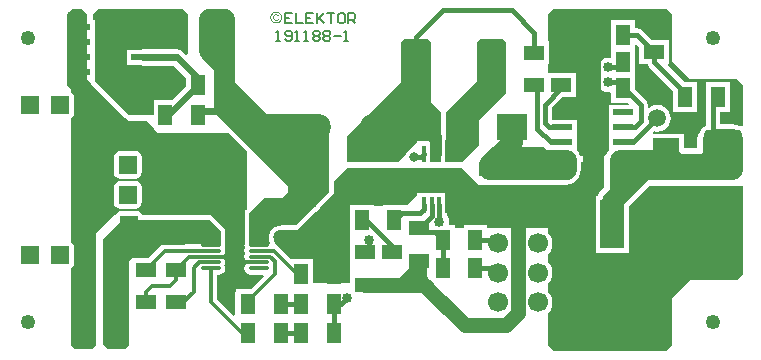
<source format=gtl>
%FSLAX44Y44*%
%MOMM*%
G71*
G01*
G75*
G04 Layer_Physical_Order=1*
G04 Layer_Color=255*
%ADD10R,2.5000X2.3000*%
%ADD11R,1.2500X1.7500*%
%ADD12R,2.3000X2.5000*%
%ADD13R,1.7500X1.2500*%
%ADD14R,0.4318X1.4224*%
%ADD15R,2.4130X3.0988*%
%ADD16R,1.7272X0.5334*%
%ADD17R,2.0000X2.2000*%
%ADD18O,1.7000X0.3000*%
%ADD19R,1.5700X1.8800*%
%ADD20R,2.0000X4.1000*%
%ADD21C,0.4000*%
%ADD22C,1.8000*%
%ADD23C,1.2500*%
%ADD24C,0.5080*%
%ADD25C,1.7000*%
%ADD26C,0.3000*%
%ADD27C,0.6000*%
%ADD28C,0.1524*%
%ADD29C,2.2000*%
%ADD30C,1.5000*%
%ADD31C,0.7000*%
%ADD32C,1.2500*%
%ADD33C,0.6500*%
G04:AMPARAMS|DCode=34|XSize=3.2mm|YSize=1.6mm|CornerRadius=0.4mm|HoleSize=0mm|Usage=FLASHONLY|Rotation=90.000|XOffset=0mm|YOffset=0mm|HoleType=Round|Shape=RoundedRectangle|*
%AMROUNDEDRECTD34*
21,1,3.2000,0.8000,0,0,90.0*
21,1,2.4000,1.6000,0,0,90.0*
1,1,0.8000,0.4000,1.2000*
1,1,0.8000,0.4000,-1.2000*
1,1,0.8000,-0.4000,-1.2000*
1,1,0.8000,-0.4000,1.2000*
%
%ADD34ROUNDEDRECTD34*%
G04:AMPARAMS|DCode=35|XSize=3.2mm|YSize=1.6mm|CornerRadius=0.4mm|HoleSize=0mm|Usage=FLASHONLY|Rotation=180.000|XOffset=0mm|YOffset=0mm|HoleType=Round|Shape=RoundedRectangle|*
%AMROUNDEDRECTD35*
21,1,3.2000,0.8000,0,0,180.0*
21,1,2.4000,1.6000,0,0,180.0*
1,1,0.8000,-1.2000,0.4000*
1,1,0.8000,1.2000,0.4000*
1,1,0.8000,1.2000,-0.4000*
1,1,0.8000,-1.2000,-0.4000*
%
%ADD35ROUNDEDRECTD35*%
%ADD36C,1.7000*%
G04:AMPARAMS|DCode=37|XSize=1.6mm|YSize=1.6mm|CornerRadius=0.16mm|HoleSize=0mm|Usage=FLASHONLY|Rotation=180.000|XOffset=0mm|YOffset=0mm|HoleType=Round|Shape=RoundedRectangle|*
%AMROUNDEDRECTD37*
21,1,1.6000,1.2800,0,0,180.0*
21,1,1.2800,1.6000,0,0,180.0*
1,1,0.3200,-0.6400,0.6400*
1,1,0.3200,0.6400,0.6400*
1,1,0.3200,0.6400,-0.6400*
1,1,0.3200,-0.6400,-0.6400*
%
%ADD37ROUNDEDRECTD37*%
%ADD38C,0.8500*%
%ADD39C,1.1000*%
%ADD40C,0.8050*%
%ADD41C,0.8000*%
G36*
X80000Y140000D02*
Y85000D01*
X82634Y82366D01*
X82653Y82272D01*
X82653Y82271D01*
Y82271D01*
X82936Y81848D01*
X83495Y81011D01*
X83495Y81011D01*
X83495Y81011D01*
X112253Y52253D01*
X113513Y51411D01*
X113608Y51392D01*
X115000Y50000D01*
X130000D01*
X136190Y43810D01*
Y42440D01*
X137560D01*
X140000Y40000D01*
X198981Y40000D01*
X215000Y23981D01*
Y-24611D01*
X214411Y-25205D01*
X213997Y-25831D01*
X213581Y-26453D01*
X213579Y-26462D01*
X213575Y-26469D01*
X213432Y-27202D01*
X213285Y-27940D01*
Y-53998D01*
X213086Y-55000D01*
X213498Y-57072D01*
X213784Y-57500D01*
X213498Y-57928D01*
X213086Y-60000D01*
X213498Y-62072D01*
X213784Y-62500D01*
X213498Y-62928D01*
X213086Y-65000D01*
X213498Y-67072D01*
X214672Y-68828D01*
X215000Y-69048D01*
Y-70952D01*
X214672Y-71172D01*
X213498Y-72928D01*
X213086Y-75000D01*
X213498Y-77072D01*
X214672Y-78828D01*
X216428Y-80002D01*
X218500Y-80414D01*
X229040D01*
X229526Y-81587D01*
X218673Y-92440D01*
X206190D01*
Y-93810D01*
X205000Y-95000D01*
X205000Y-114404D01*
X203827Y-114890D01*
X189914Y-100977D01*
Y-80414D01*
X191500D01*
X193572Y-80002D01*
X195328Y-78828D01*
X196502Y-77072D01*
X196914Y-75000D01*
X196502Y-72928D01*
X196216Y-72500D01*
X196502Y-72072D01*
X196914Y-70000D01*
X196502Y-67928D01*
X195328Y-66172D01*
X195000Y-65952D01*
Y-64048D01*
X195328Y-63828D01*
X196502Y-62072D01*
X196914Y-60000D01*
X196502Y-57928D01*
X196216Y-57500D01*
X196502Y-57072D01*
X196914Y-55000D01*
X196881Y-54832D01*
X196925Y-54610D01*
Y-43180D01*
X196629Y-41693D01*
X195787Y-40433D01*
X186897Y-31543D01*
X185831Y-30831D01*
X185000Y-30000D01*
X127148D01*
X127066Y-29589D01*
X125870Y-27800D01*
X124081Y-26604D01*
X121970Y-26184D01*
X109170D01*
X107059Y-26604D01*
X105270Y-27800D01*
X104074Y-29589D01*
X103992Y-30000D01*
X102500D01*
X97500Y-35000D01*
X87500Y-45000D01*
Y-140000D01*
X83905Y-143595D01*
X69850D01*
X66255Y-140000D01*
Y-74633D01*
X67500Y-73800D01*
X68696Y-72011D01*
X69116Y-69900D01*
Y-57100D01*
X68696Y-54989D01*
X67500Y-53200D01*
X66255Y-52368D01*
Y52401D01*
X67450Y53200D01*
X68646Y54989D01*
X69066Y57100D01*
Y69900D01*
X68646Y72011D01*
X67450Y73800D01*
X66255Y74599D01*
Y76245D01*
X62500Y80000D01*
Y140000D01*
X67500Y145000D01*
X75000D01*
X80000Y140000D01*
D02*
G37*
G36*
X517939Y-6078D02*
X515374Y-8644D01*
X513321Y-11320D01*
X512430Y-13470D01*
X510700D01*
Y-62090D01*
X538320D01*
Y-22242D01*
X539996Y-20566D01*
X539996Y-20566D01*
X555562Y-5000D01*
X635000D01*
Y-80000D01*
X630000Y-85000D01*
X590000D01*
X575000Y-100000D01*
Y-140000D01*
X570000Y-145000D01*
X475000D01*
X470000Y-140000D01*
Y-112734D01*
X470280Y-112520D01*
X472253Y-109948D01*
X473493Y-106954D01*
X473916Y-103740D01*
X473493Y-100526D01*
X472253Y-97532D01*
X470280Y-94960D01*
X470000Y-94746D01*
Y-87734D01*
X470280Y-87520D01*
X472253Y-84948D01*
X473493Y-81954D01*
X473916Y-78740D01*
X473493Y-75526D01*
X472253Y-72532D01*
X470280Y-69960D01*
X470000Y-69746D01*
Y-62734D01*
X470280Y-62520D01*
X472253Y-59948D01*
X473493Y-56954D01*
X473916Y-53740D01*
X473493Y-50526D01*
X472253Y-47532D01*
X470280Y-44960D01*
X470000Y-44746D01*
Y-40640D01*
X418780D01*
Y-38240D01*
X398660D01*
Y-40640D01*
X391280D01*
Y-38240D01*
X386962D01*
X386125Y-37285D01*
X386380Y-35350D01*
X386103Y-33246D01*
X385290Y-31285D01*
X384219Y-29889D01*
Y-10795D01*
X359281D01*
Y-13219D01*
X350770Y-21730D01*
X350200Y-21730D01*
Y-21730D01*
X330080D01*
Y-22085D01*
X323055Y-22085D01*
X322700Y-21730D01*
Y-21730D01*
X302580D01*
Y-26590D01*
X302500Y-26670D01*
Y-51190D01*
X302440D01*
Y-71310D01*
X302500D01*
Y-87500D01*
X271310D01*
Y-67440D01*
X252897D01*
X241628Y-56172D01*
X240252Y-55252D01*
X238693Y-53693D01*
X238726Y-53530D01*
X238651Y-53155D01*
Y-52772D01*
X238505Y-52419D01*
X238430Y-52043D01*
X237835Y-50606D01*
X237835Y-50606D01*
X237734Y-50362D01*
X237521Y-48750D01*
X237734Y-47138D01*
X238045Y-46387D01*
Y-46387D01*
X238045Y-46387D01*
X238356Y-45636D01*
X239346Y-44346D01*
X240636Y-43356D01*
X241067Y-43177D01*
X241067D01*
X242138Y-42734D01*
X242947Y-42627D01*
X243117Y-42569D01*
X243342Y-42525D01*
X243598Y-42541D01*
X243912Y-42500D01*
X257500D01*
X257789Y-42211D01*
X257883Y-42192D01*
X259144Y-41350D01*
X273021Y-27473D01*
X274065Y-27040D01*
X275748Y-25749D01*
X277040Y-24065D01*
X277473Y-23021D01*
X287747Y-12747D01*
X288589Y-11487D01*
X288885Y-10000D01*
Y-1115D01*
X300000Y10000D01*
X397180Y10000D01*
X407440Y-260D01*
Y-1310D01*
X408490D01*
X412340Y-5160D01*
X470000Y-5160D01*
Y-4171D01*
X485140D01*
X488484Y-3730D01*
X491600Y-2439D01*
X494276Y-386D01*
X496329Y2290D01*
X497620Y5406D01*
X498060Y8750D01*
Y15000D01*
X517939D01*
Y-6078D01*
D02*
G37*
G36*
X193040Y-43180D02*
Y-54610D01*
X191621D01*
X191500Y-54586D01*
X146250D01*
X146250Y-54586D01*
X146129Y-54610D01*
X143510D01*
X132080Y-66040D01*
X118110D01*
X117960Y-66190D01*
X117440D01*
Y-66710D01*
X115570Y-68580D01*
Y-139700D01*
X111760Y-143510D01*
X97472D01*
X93663Y-139700D01*
Y-49847D01*
X104775Y-38735D01*
X109220Y-34290D01*
X184150D01*
X193040Y-43180D01*
D02*
G37*
G36*
X469900Y24130D02*
X470018D01*
X470916Y23232D01*
Y20320D01*
X482092D01*
Y19050D01*
X483362D01*
Y13843D01*
X493268D01*
Y13843D01*
X493278D01*
X494176Y12945D01*
Y9005D01*
X493836Y6420D01*
X492936Y4249D01*
X491506Y2384D01*
X489641Y954D01*
X487871Y221D01*
X456290D01*
Y7480D01*
X433710D01*
Y221D01*
X431290D01*
Y7480D01*
X420000D01*
Y8750D01*
X418730D01*
Y17540D01*
X414169D01*
X413683Y18713D01*
X422910Y27940D01*
X466090D01*
X469900Y24130D01*
D02*
G37*
G36*
X285000Y49264D02*
X285000Y-10000D01*
X256397Y-38603D01*
X243750D01*
X243090Y-38690D01*
X242440D01*
Y-38776D01*
X241124Y-38949D01*
X239581Y-39588D01*
X238677Y-39963D01*
X236575Y-41575D01*
X234963Y-43677D01*
X234456Y-44900D01*
X233949Y-46124D01*
X233603Y-48750D01*
X233949Y-51376D01*
X234246Y-52093D01*
X234841Y-53530D01*
X234135Y-54586D01*
X218500D01*
X218379Y-54610D01*
X217170D01*
Y-27940D01*
X230000Y-15000D01*
X245000D01*
X250000Y-10000D01*
X250317Y34417D01*
X229773Y54961D01*
X230259Y56134D01*
X278130D01*
X285000Y49264D01*
D02*
G37*
G36*
X575000Y140000D02*
Y100000D01*
X590000Y85000D01*
X630000D01*
Y85000D01*
X635000Y80000D01*
Y45861D01*
X633944Y45155D01*
X632149Y45899D01*
X631282Y46013D01*
X629454Y46770D01*
X626110Y47210D01*
X615524D01*
Y57440D01*
X623810D01*
Y82560D01*
X603690D01*
Y65919D01*
X603676Y65850D01*
Y45735D01*
X602171Y45112D01*
X600540Y43860D01*
X599288Y42229D01*
X598987Y41501D01*
X598410Y40750D01*
X597120Y37634D01*
X596679Y34290D01*
Y26670D01*
X585540D01*
Y39080D01*
X559657D01*
X559279Y39992D01*
X560052Y40999D01*
X562610Y40662D01*
X565563Y41051D01*
X568314Y42191D01*
X570676Y44004D01*
X572489Y46366D01*
X573629Y49117D01*
X574018Y52070D01*
X573629Y55023D01*
X572489Y57774D01*
X570676Y60136D01*
X568314Y61949D01*
X565563Y63089D01*
X562610Y63478D01*
X559658Y63089D01*
X556906Y61949D01*
X555703Y61026D01*
X554564Y61588D01*
Y63500D01*
X554113Y65767D01*
X552829Y67689D01*
X543810Y76708D01*
Y87440D01*
Y109940D01*
Y114393D01*
X544983Y114879D01*
X547510Y112353D01*
Y98110D01*
X554508D01*
X554597Y97663D01*
X555881Y95741D01*
X576190Y75433D01*
Y57440D01*
X596310D01*
Y82560D01*
X585817D01*
X571441Y96937D01*
X571927Y98110D01*
X572630D01*
Y118230D01*
X558387D01*
X549929Y126689D01*
X548007Y127973D01*
X545740Y128424D01*
X543810D01*
Y135060D01*
X523690D01*
Y109940D01*
Y103949D01*
X522735Y103112D01*
X520700Y103379D01*
X518596Y103103D01*
X516635Y102290D01*
X514952Y100998D01*
X513660Y99315D01*
X512848Y97354D01*
X512570Y95250D01*
X512848Y93146D01*
X513660Y91185D01*
X514952Y89502D01*
Y88298D01*
X513660Y86615D01*
X512848Y84654D01*
X512570Y82550D01*
X512848Y80446D01*
X513660Y78485D01*
X514952Y76802D01*
X516635Y75510D01*
X518596Y74697D01*
X520700Y74420D01*
X522735Y74688D01*
X523690Y73851D01*
Y64940D01*
X537877D01*
X538583Y63884D01*
X538476Y63627D01*
X521462D01*
Y50673D01*
Y37973D01*
Y25322D01*
X519670Y22987D01*
X518433Y20000D01*
X497567D01*
X496329Y22987D01*
X494538Y25322D01*
Y25527D01*
Y37973D01*
Y50927D01*
X473284D01*
Y61046D01*
X482407Y70170D01*
X493890D01*
Y90290D01*
X470000D01*
Y97670D01*
X471030D01*
Y117790D01*
X470000D01*
Y140000D01*
X475000Y145000D01*
X570000D01*
X575000Y140000D01*
D02*
G37*
G36*
X165000Y140000D02*
Y114300D01*
Y106680D01*
Y106373D01*
X163827Y105887D01*
X161207Y108507D01*
X159784Y109599D01*
X158128Y110285D01*
X157239Y110402D01*
X156350Y110519D01*
X156350Y110519D01*
X127000D01*
X125222Y110285D01*
X124841Y110127D01*
X113462D01*
Y97173D01*
X124841D01*
X125222Y97015D01*
X127000Y96781D01*
X153505D01*
X163690Y86596D01*
Y79654D01*
X151596Y67560D01*
X136190D01*
Y55000D01*
X115000D01*
X86242Y83758D01*
X86538Y84473D01*
X86538D01*
X86538Y84473D01*
Y97173D01*
Y109873D01*
Y122573D01*
Y135527D01*
X85000D01*
Y140000D01*
X90000Y145000D01*
X160000D01*
X165000Y140000D01*
D02*
G37*
G36*
X434340Y116840D02*
Y73660D01*
X411480Y50800D01*
X411480Y45720D01*
Y29210D01*
X397510Y15240D01*
X384219D01*
Y32639D01*
X384174D01*
Y36750D01*
X383723Y39017D01*
X383615Y39179D01*
Y57150D01*
X383602Y57212D01*
X410210Y83820D01*
Y116840D01*
X412750Y119380D01*
X431800Y119380D01*
X434340Y116840D01*
D02*
G37*
G36*
X240232Y142419D02*
X240347Y142406D01*
X240486Y142393D01*
X240639Y142381D01*
X240804Y142355D01*
X240982Y142317D01*
X241185Y142266D01*
X241591Y142152D01*
X241820Y142076D01*
X242036Y141987D01*
X242264Y141885D01*
X242493Y141771D01*
X242506Y141758D01*
X242544Y141746D01*
X242607Y141707D01*
X242696Y141657D01*
X242798Y141580D01*
X242912Y141504D01*
X243039Y141403D01*
X243179Y141301D01*
X243331Y141174D01*
X243484Y141034D01*
X243636Y140882D01*
X243801Y140717D01*
X243953Y140539D01*
X244093Y140349D01*
X244246Y140133D01*
X244373Y139917D01*
X244385Y139904D01*
X244398Y139866D01*
X244436Y139803D01*
X244474Y139714D01*
X244525Y139599D01*
X244589Y139472D01*
X244652Y139320D01*
X244715Y139155D01*
X244766Y138964D01*
X244830Y138774D01*
X244944Y138342D01*
X245020Y137885D01*
X245033Y137643D01*
X245046Y137402D01*
Y137389D01*
Y137339D01*
Y137275D01*
X245033Y137186D01*
X245020Y137059D01*
X245008Y136932D01*
X244995Y136780D01*
X244957Y136602D01*
X244931Y136424D01*
X244881Y136221D01*
X244766Y135802D01*
X244690Y135573D01*
X244601Y135358D01*
X244487Y135129D01*
X244373Y134900D01*
X244360Y134888D01*
X244347Y134850D01*
X244309Y134786D01*
X244246Y134710D01*
X244182Y134608D01*
X244106Y134494D01*
X244004Y134354D01*
X243890Y134227D01*
X243763Y134075D01*
X243636Y133922D01*
X243484Y133770D01*
X243319Y133618D01*
X243128Y133465D01*
X242938Y133313D01*
X242734Y133173D01*
X242518Y133046D01*
X242506Y133033D01*
X242468Y133021D01*
X242404Y132983D01*
X242315Y132944D01*
X242201Y132894D01*
X242074Y132843D01*
X241922Y132779D01*
X241756Y132716D01*
X241579Y132652D01*
X241388Y132589D01*
X240956Y132487D01*
X240499Y132411D01*
X240258Y132398D01*
X240016Y132386D01*
X239890D01*
X239801Y132398D01*
X239674Y132411D01*
X239547Y132424D01*
X239394Y132437D01*
X239216Y132475D01*
X239039Y132500D01*
X238835Y132551D01*
X238416Y132665D01*
X238188Y132741D01*
X237972Y132830D01*
X237743Y132932D01*
X237515Y133046D01*
X237502Y133059D01*
X237464Y133071D01*
X237400Y133110D01*
X237324Y133173D01*
X237222Y133237D01*
X237108Y133313D01*
X236968Y133414D01*
X236842Y133529D01*
X236689Y133656D01*
X236537Y133795D01*
X236384Y133948D01*
X236232Y134113D01*
X236080Y134291D01*
X235927Y134481D01*
X235787Y134684D01*
X235660Y134900D01*
X235648Y134913D01*
X235635Y134951D01*
X235597Y135015D01*
X235559Y135104D01*
X235508Y135218D01*
X235457Y135345D01*
X235394Y135497D01*
X235330Y135662D01*
X235267Y135853D01*
X235203Y136043D01*
X235102Y136462D01*
X235025Y136920D01*
X235013Y137161D01*
X235000Y137402D01*
Y137415D01*
Y137466D01*
Y137529D01*
X235013Y137631D01*
X235025Y137745D01*
X235038Y137885D01*
X235051Y138037D01*
X235089Y138202D01*
X235114Y138393D01*
X235165Y138596D01*
X235279Y139015D01*
X235356Y139231D01*
X235457Y139460D01*
X235559Y139688D01*
X235673Y139917D01*
X235686Y139930D01*
X235699Y139968D01*
X235749Y140031D01*
X235800Y140120D01*
X235864Y140222D01*
X235952Y140336D01*
X236054Y140463D01*
X236156Y140603D01*
X236283Y140742D01*
X236422Y140895D01*
X236588Y141060D01*
X236753Y141212D01*
X236930Y141365D01*
X237121Y141504D01*
X237337Y141644D01*
X237553Y141771D01*
X237565Y141784D01*
X237603Y141796D01*
X237667Y141834D01*
X237756Y141873D01*
X237870Y141923D01*
X237997Y141974D01*
X238150Y142038D01*
X238315Y142101D01*
X238493Y142165D01*
X238683Y142228D01*
X239102Y142330D01*
X239547Y142406D01*
X239788Y142419D01*
X240016Y142431D01*
X240144D01*
X240232Y142419D01*
D02*
G37*
G36*
X370840Y116840D02*
X370840Y66040D01*
X379730Y57150D01*
Y35815D01*
X379277Y35137D01*
X378826Y32870D01*
Y32639D01*
X378781D01*
Y15240D01*
X371219D01*
Y32639D01*
X359281D01*
Y31621D01*
X353957Y26297D01*
X352931Y25872D01*
X351300Y24620D01*
X350048Y22989D01*
X349623Y21963D01*
X347980Y20320D01*
X342900Y15240D01*
X337820D01*
X334010Y15240D01*
X299720D01*
Y36830D01*
X345440Y82550D01*
Y116840D01*
X347980Y119380D01*
X368300D01*
X370840Y116840D01*
D02*
G37*
%LPC*%
G36*
X240220Y141593D02*
X239915D01*
X239839Y141580D01*
X239737D01*
X239636Y141568D01*
X239508Y141542D01*
X239369Y141530D01*
X239051Y141466D01*
X238708Y141365D01*
X238340Y141225D01*
X238150Y141149D01*
X237959Y141047D01*
X237946D01*
X237921Y141022D01*
X237857Y140996D01*
X237794Y140946D01*
X237705Y140895D01*
X237616Y140819D01*
X237388Y140653D01*
X237134Y140425D01*
X236880Y140158D01*
X236626Y139853D01*
X236397Y139498D01*
Y139485D01*
X236372Y139447D01*
X236346Y139396D01*
X236308Y139320D01*
X236270Y139231D01*
X236219Y139129D01*
X236168Y139002D01*
X236118Y138863D01*
X236067Y138710D01*
X236016Y138545D01*
X235927Y138190D01*
X235864Y137809D01*
X235851Y137605D01*
X235838Y137402D01*
Y137389D01*
Y137351D01*
Y137301D01*
X235851Y137212D01*
Y137123D01*
X235864Y137008D01*
X235889Y136882D01*
X235902Y136729D01*
X235978Y136412D01*
X236067Y136069D01*
X236206Y135688D01*
X236283Y135510D01*
X236384Y135319D01*
X236397Y135307D01*
X236410Y135281D01*
X236448Y135231D01*
X236486Y135154D01*
X236549Y135078D01*
X236613Y134977D01*
X236791Y134761D01*
X237007Y134507D01*
X237273Y134253D01*
X237578Y133999D01*
X237934Y133770D01*
X237946D01*
X237985Y133745D01*
X238035Y133719D01*
X238111Y133681D01*
X238200Y133643D01*
X238315Y133592D01*
X238429Y133554D01*
X238569Y133503D01*
X238886Y133402D01*
X239242Y133313D01*
X239623Y133249D01*
X239813Y133237D01*
X240016Y133224D01*
X240118D01*
X240207Y133237D01*
X240296D01*
X240410Y133249D01*
X240550Y133275D01*
X240690Y133287D01*
X241007Y133364D01*
X241363Y133453D01*
X241731Y133592D01*
X241909Y133668D01*
X242099Y133770D01*
X242112Y133783D01*
X242150Y133795D01*
X242201Y133834D01*
X242264Y133872D01*
X242353Y133935D01*
X242442Y133999D01*
X242671Y134176D01*
X242925Y134392D01*
X243179Y134659D01*
X243420Y134964D01*
X243649Y135319D01*
X243661Y135332D01*
X243674Y135370D01*
X243699Y135421D01*
X243738Y135497D01*
X243776Y135586D01*
X243827Y135688D01*
X243877Y135815D01*
X243928Y135954D01*
X243979Y136107D01*
X244030Y136259D01*
X244119Y136615D01*
X244182Y136996D01*
X244207Y137199D01*
Y137402D01*
Y137415D01*
Y137453D01*
Y137504D01*
X244195Y137593D01*
Y137682D01*
X244182Y137796D01*
X244157Y137936D01*
X244131Y138075D01*
X244068Y138393D01*
X243966Y138748D01*
X243827Y139117D01*
X243738Y139307D01*
X243636Y139498D01*
Y139510D01*
X243611Y139549D01*
X243573Y139599D01*
X243534Y139663D01*
X243471Y139752D01*
X243407Y139841D01*
X243230Y140069D01*
X243014Y140323D01*
X242747Y140577D01*
X242430Y140819D01*
X242074Y141047D01*
X242061Y141060D01*
X242023Y141073D01*
X241972Y141098D01*
X241896Y141136D01*
X241807Y141174D01*
X241706Y141225D01*
X241579Y141276D01*
X241439Y141327D01*
X241134Y141415D01*
X240779Y141504D01*
X240410Y141568D01*
X240220Y141593D01*
D02*
G37*
G36*
X120700Y-784D02*
X107900D01*
X105789Y-1204D01*
X104000Y-2400D01*
X102804Y-4189D01*
X102384Y-6300D01*
Y-19100D01*
X102804Y-21211D01*
X104000Y-23000D01*
X105789Y-24196D01*
X107900Y-24616D01*
X120700D01*
X122811Y-24196D01*
X124600Y-23000D01*
X125796Y-21211D01*
X126216Y-19100D01*
Y-6300D01*
X125796Y-4189D01*
X124600Y-2400D01*
X122811Y-1204D01*
X120700Y-784D01*
D02*
G37*
G36*
X456290Y17540D02*
X446270D01*
Y10020D01*
X456290D01*
Y17540D01*
D02*
G37*
G36*
X480822Y17780D02*
X470916D01*
Y13843D01*
X480822D01*
Y17780D01*
D02*
G37*
G36*
X443730Y17540D02*
X433710D01*
Y10020D01*
X443730D01*
Y17540D01*
D02*
G37*
G36*
X120700Y24616D02*
X107900D01*
X105789Y24196D01*
X104000Y23000D01*
X102804Y21211D01*
X102384Y19100D01*
Y6300D01*
X102804Y4189D01*
X104000Y2400D01*
X105789Y1204D01*
X107900Y784D01*
X120700D01*
X122811Y1204D01*
X124600Y2400D01*
X125796Y4189D01*
X126216Y6300D01*
Y19100D01*
X125796Y21211D01*
X124600Y23000D01*
X122811Y24196D01*
X120700Y24616D01*
D02*
G37*
G36*
X431290Y17540D02*
X421270D01*
Y10020D01*
X431290D01*
Y17540D01*
D02*
G37*
%LPD*%
G36*
X240309Y140209D02*
X240397Y140196D01*
X240601Y140171D01*
X240829Y140120D01*
X241083Y140044D01*
X241325Y139930D01*
X241553Y139790D01*
X241566D01*
X241579Y139777D01*
X241655Y139714D01*
X241756Y139625D01*
X241883Y139485D01*
X242010Y139333D01*
X242150Y139129D01*
X242264Y138901D01*
X242366Y138647D01*
X241579Y138444D01*
X241566Y138469D01*
X241541Y138520D01*
X241490Y138609D01*
X241426Y138723D01*
X241350Y138850D01*
X241236Y138977D01*
X241121Y139091D01*
X240982Y139206D01*
X240969Y139218D01*
X240918Y139244D01*
X240829Y139295D01*
X240715Y139345D01*
X240588Y139383D01*
X240436Y139434D01*
X240258Y139460D01*
X240067Y139472D01*
X239991D01*
X239940Y139460D01*
X239801Y139447D01*
X239623Y139409D01*
X239420Y139345D01*
X239204Y139244D01*
X239000Y139104D01*
X238899Y139028D01*
X238797Y138926D01*
X238772Y138901D01*
X238721Y138825D01*
X238645Y138698D01*
X238556Y138532D01*
X238454Y138304D01*
X238378Y138037D01*
X238327Y137720D01*
X238302Y137364D01*
Y137351D01*
Y137326D01*
Y137262D01*
X238315Y137199D01*
Y137110D01*
X238327Y137021D01*
X238365Y136793D01*
X238416Y136539D01*
X238493Y136285D01*
X238607Y136043D01*
X238759Y135827D01*
X238785Y135802D01*
X238848Y135751D01*
X238950Y135662D01*
X239089Y135573D01*
X239267Y135472D01*
X239470Y135383D01*
X239712Y135332D01*
X239978Y135307D01*
X240080D01*
X240194Y135319D01*
X240334Y135345D01*
X240499Y135396D01*
X240664Y135446D01*
X240842Y135535D01*
X241020Y135650D01*
X241045Y135662D01*
X241096Y135713D01*
X241172Y135789D01*
X241274Y135904D01*
X241375Y136031D01*
X241464Y136196D01*
X241566Y136386D01*
X241629Y136602D01*
X242455Y136361D01*
Y136348D01*
X242442Y136323D01*
X242430Y136285D01*
X242417Y136221D01*
X242391Y136158D01*
X242353Y136069D01*
X242277Y135878D01*
X242163Y135662D01*
X242010Y135446D01*
X241833Y135231D01*
X241604Y135027D01*
X241591D01*
X241579Y135002D01*
X241541Y134977D01*
X241490Y134951D01*
X241426Y134913D01*
X241350Y134875D01*
X241159Y134786D01*
X240931Y134684D01*
X240664Y134608D01*
X240359Y134557D01*
X240029Y134532D01*
X239915D01*
X239839Y134545D01*
X239737Y134557D01*
X239623Y134570D01*
X239496Y134595D01*
X239356Y134621D01*
X239051Y134710D01*
X238899Y134773D01*
X238734Y134850D01*
X238569Y134938D01*
X238416Y135040D01*
X238264Y135154D01*
X238124Y135281D01*
X238111Y135294D01*
X238099Y135319D01*
X238061Y135358D01*
X238010Y135421D01*
X237959Y135497D01*
X237896Y135599D01*
X237832Y135700D01*
X237769Y135827D01*
X237692Y135967D01*
X237629Y136132D01*
X237565Y136310D01*
X237515Y136488D01*
X237464Y136691D01*
X237426Y136907D01*
X237413Y137148D01*
X237400Y137389D01*
Y137402D01*
Y137428D01*
Y137478D01*
Y137542D01*
X237413Y137618D01*
Y137707D01*
X237438Y137910D01*
X237477Y138152D01*
X237540Y138406D01*
X237616Y138659D01*
X237731Y138913D01*
Y138926D01*
X237743Y138939D01*
X237794Y139015D01*
X237870Y139142D01*
X237972Y139282D01*
X238111Y139434D01*
X238264Y139599D01*
X238454Y139752D01*
X238670Y139891D01*
X238683D01*
X238696Y139904D01*
X238734Y139917D01*
X238785Y139942D01*
X238912Y139993D01*
X239077Y140056D01*
X239293Y140120D01*
X239534Y140171D01*
X239801Y140209D01*
X240093Y140222D01*
X240245D01*
X240309Y140209D01*
D02*
G37*
D10*
X439330Y44450D02*
D03*
X396330D02*
D03*
D11*
X216250Y-130000D02*
D03*
X243750D02*
D03*
X216250Y-105000D02*
D03*
X243750D02*
D03*
X533750Y122500D02*
D03*
X506250D02*
D03*
X586250Y70000D02*
D03*
X613750D02*
D03*
X533750Y100000D02*
D03*
X506250D02*
D03*
X533750Y77500D02*
D03*
X506250D02*
D03*
X261250Y-80000D02*
D03*
X288750D02*
D03*
Y-105000D02*
D03*
X261250D02*
D03*
X288750Y-130000D02*
D03*
X261250D02*
D03*
X146250Y55000D02*
D03*
X173750D02*
D03*
X340140Y-34290D02*
D03*
X312640D02*
D03*
X408720Y-74930D02*
D03*
X381220D02*
D03*
X408720Y-50800D02*
D03*
X381220D02*
D03*
X173750Y80000D02*
D03*
X146250D02*
D03*
D12*
X570230Y22770D02*
D03*
Y-20230D02*
D03*
D13*
X560070Y108170D02*
D03*
Y135670D02*
D03*
X458470Y107730D02*
D03*
Y80230D02*
D03*
X626110Y13750D02*
D03*
Y-13750D02*
D03*
X603250Y13750D02*
D03*
Y-13750D02*
D03*
X481330Y80230D02*
D03*
Y107730D02*
D03*
X255000Y-21250D02*
D03*
Y-48750D02*
D03*
X160000Y-48750D02*
D03*
Y-21250D02*
D03*
X155000Y-103750D02*
D03*
Y-76250D02*
D03*
X130000Y-76250D02*
D03*
Y-103750D02*
D03*
X360680Y-40860D02*
D03*
Y-68360D02*
D03*
X310000Y23750D02*
D03*
Y-3750D02*
D03*
X335000Y23750D02*
D03*
Y-3750D02*
D03*
X445000Y8750D02*
D03*
Y-18750D02*
D03*
X420000Y8750D02*
D03*
Y-18750D02*
D03*
X315000Y-61250D02*
D03*
Y-88750D02*
D03*
X337820Y-61180D02*
D03*
Y-88680D02*
D03*
D14*
X365250Y21717D02*
D03*
X371750D02*
D03*
X378250D02*
D03*
X384750D02*
D03*
Y-21717D02*
D03*
X378250D02*
D03*
X371750D02*
D03*
X365250D02*
D03*
D15*
X508000Y38100D02*
D03*
X100000Y110000D02*
D03*
D16*
X533908Y57150D02*
D03*
Y44450D02*
D03*
Y31750D02*
D03*
Y19050D02*
D03*
X482092D02*
D03*
Y31750D02*
D03*
Y44450D02*
D03*
Y57150D02*
D03*
X125908Y129050D02*
D03*
Y116350D02*
D03*
Y103650D02*
D03*
Y90950D02*
D03*
X74092D02*
D03*
Y103650D02*
D03*
Y116350D02*
D03*
Y129050D02*
D03*
D17*
X422000Y105000D02*
D03*
X358000D02*
D03*
D18*
X184500Y-55000D02*
D03*
Y-60000D02*
D03*
Y-65000D02*
D03*
Y-70000D02*
D03*
Y-75000D02*
D03*
X225500D02*
D03*
Y-70000D02*
D03*
Y-65000D02*
D03*
Y-60000D02*
D03*
Y-55000D02*
D03*
D19*
X205000Y-65000D02*
D03*
D20*
X524510Y-124780D02*
D03*
Y-37780D02*
D03*
D21*
X408720Y-50800D02*
X424560D01*
X427500Y-53740D01*
X423690Y-74930D02*
X427500Y-78740D01*
X408720Y-74930D02*
X423690D01*
X374870Y-44450D02*
X381170Y-50750D01*
X357640Y-44450D02*
X374870D01*
X357640D02*
X371750Y-30340D01*
X381170Y-50750D02*
Y-50000D01*
Y-74930D02*
Y-50750D01*
X381220Y-50800D01*
X586250Y70000D02*
Y73750D01*
X560070Y99930D02*
X586250Y73750D01*
X560070Y99930D02*
Y108170D01*
X609600Y65850D02*
X613750Y70000D01*
X609600Y34290D02*
Y65850D01*
X606840Y37050D02*
X608750Y35140D01*
X545740Y122500D02*
X560070Y108170D01*
X533750Y122500D02*
X545740D01*
X557310Y138430D02*
X560070Y135670D01*
X518160Y138430D02*
X557310D01*
X318770Y-57480D02*
Y-51230D01*
X315000Y-61250D02*
X318770Y-57480D01*
X340140Y-34290D02*
X346490Y-27940D01*
X312640Y-34290D02*
X316230D01*
X340000Y-61250D02*
Y-58060D01*
X316230Y-34290D02*
X340000Y-58060D01*
X542290Y31750D02*
X562610Y52070D01*
X532638Y31750D02*
X542290D01*
X548640Y49530D02*
Y63500D01*
X543560Y44450D02*
X548640Y49530D01*
X532638Y44450D02*
X543560D01*
X529000Y95250D02*
X533750Y100000D01*
X520700Y95250D02*
X529000D01*
X528100Y82550D02*
X534450Y76200D01*
X520700Y82550D02*
X528100D01*
X458470Y107730D02*
Y124460D01*
X439420Y143510D02*
X458470Y124460D01*
X381000Y143510D02*
X439420D01*
X358000Y120510D02*
X381000Y143510D01*
X358000Y105000D02*
Y120510D01*
X365250Y-24640D02*
Y-21717D01*
X361950Y-27940D02*
X365250Y-24640D01*
X346490Y-27940D02*
X361950D01*
X362583Y19050D02*
X365250Y21717D01*
X356870Y19050D02*
X362583D01*
X256250Y-20000D02*
X270000D01*
X256250D02*
X256250D01*
X255000Y-21250D02*
X256250Y-20000D01*
X378250Y-35350D02*
Y-21717D01*
Y21717D02*
Y36750D01*
X370000Y45000D02*
X378250Y36750D01*
X373250Y33250D02*
X375000Y35000D01*
X371750Y33250D02*
X373250D01*
X288750Y-105000D02*
X295000D01*
X300000Y-100000D01*
X255000Y-21250D02*
X255000D01*
X243750Y-105000D02*
X261250D01*
X243750Y-130000D02*
X261250D01*
X288750D02*
Y-105000D01*
X371750Y-30340D02*
Y-21717D01*
X356250Y45000D02*
X360000D01*
X322000D02*
X356250D01*
X384750Y-21717D02*
X387717Y-18750D01*
X384750Y32870D02*
X396330Y44450D01*
X384750Y21717D02*
Y32870D01*
X360000Y45000D02*
X370000D01*
X360000D02*
X371750Y33250D01*
Y21717D02*
Y33250D01*
X384750Y-21717D02*
Y-1500D01*
X386250Y0D01*
X458470Y80230D02*
X461010Y77690D01*
X467360Y48260D02*
X471170Y44450D01*
X483362D01*
X461010Y43180D02*
Y77690D01*
Y43180D02*
X472440Y31750D01*
X483362D01*
X467360Y48260D02*
Y63500D01*
X481330Y77470D01*
Y80230D01*
X534450Y76200D02*
X535940D01*
X548640Y63500D01*
X387717Y-18750D02*
X405000D01*
X506250Y122500D02*
Y126520D01*
X518160Y138430D01*
D22*
X626110Y8890D02*
Y13750D01*
X552083Y8890D02*
X626110D01*
X551632Y9341D02*
X552083Y8890D01*
X547223Y13750D02*
X551632Y9341D01*
X530860Y-11430D02*
X553750Y11460D01*
X530860Y16527D02*
X550000D01*
X553750Y13750D02*
X579250D01*
X609600Y20100D02*
Y34290D01*
X553750Y11460D02*
Y13750D01*
X579250D02*
X603250D01*
X547223D02*
X553750D01*
X626110D02*
Y34290D01*
X524510Y-17780D02*
X530860Y-11430D01*
X533637Y13750D02*
X547223D01*
X530860Y-11430D02*
Y16527D01*
X550000D02*
X563987D01*
X547223Y13750D02*
X550000Y16527D01*
X530860D02*
X533637Y13750D01*
X609600Y-34290D02*
Y-20100D01*
X603250Y-13750D02*
X609600Y-20100D01*
Y-34290D02*
X626110D01*
X603250Y13750D02*
X609600Y20100D01*
Y34290D02*
X626110D01*
Y-34290D02*
Y-13750D01*
X603250Y13750D02*
X626110D01*
X570230Y22770D02*
X579250Y13750D01*
X603250Y-13750D02*
X626110D01*
X576710D02*
X603250D01*
X570230Y-20230D02*
X576710Y-13750D01*
X570230Y-79060D02*
Y-20230D01*
X524510Y-124780D02*
X570230Y-79060D01*
X563987Y16527D02*
X570230Y22770D01*
X398950Y-12700D02*
X496570D01*
X508000Y-1270D02*
Y30226D01*
X490520Y-90790D02*
X524510Y-124780D01*
X490520Y-90790D02*
Y-18750D01*
X524510Y-37780D02*
Y-17780D01*
X496570Y-12700D02*
X508000Y-1270D01*
X490520Y-18750D02*
X496570Y-12700D01*
X445000Y-18750D02*
X490520D01*
X386250Y0D02*
X398950Y-12700D01*
X505672Y57150D02*
Y109220D01*
Y40428D02*
Y57150D01*
X439330Y31830D02*
Y44450D01*
X420000Y8750D02*
Y12500D01*
X355000Y0D02*
X386250D01*
X351250Y-3750D02*
X355000Y0D01*
X335000Y-3750D02*
X351250D01*
X422000Y82000D02*
Y106270D01*
X396330Y56330D02*
X422000Y82000D01*
X396330Y44450D02*
Y56330D01*
X405000Y-18750D02*
X420000D01*
X310000Y-3750D02*
X335000D01*
X420000Y-18750D02*
X445000D01*
X420000Y8750D02*
X445000D01*
X420000D02*
X430222Y18972D01*
X420000Y12500D02*
X429665Y22165D01*
X439330Y31830D01*
X481330Y107730D02*
X504182D01*
X505672Y109220D01*
Y125730D01*
X485140Y8750D02*
Y16527D01*
X429665Y22165D02*
X435303Y16527D01*
X485140D01*
X445000Y8750D02*
X485140D01*
X508000Y30226D02*
Y38100D01*
X505672Y40428D02*
X508000Y38100D01*
D23*
X360680Y-74930D02*
Y-68360D01*
X346930Y-88680D02*
X360680Y-74930D01*
X337820Y-88680D02*
X346930D01*
X365490Y-88750D02*
X399930Y-123190D01*
X360680Y-83940D02*
X365490Y-88750D01*
X367605Y-90865D01*
X315000Y-88750D02*
X365490D01*
X434340Y-123190D02*
X444500Y-113030D01*
X399930Y-123190D02*
X434340D01*
X243750Y-48750D02*
X255000Y-60000D01*
X243750Y-48750D02*
X255000D01*
X205000Y-65000D02*
Y-40000D01*
X186250Y-21250D02*
X205000Y-40000D01*
X160000Y-21250D02*
X186250D01*
X255000Y-48750D02*
X268750D01*
X255000Y-60000D02*
X280000D01*
X268750Y-48750D02*
Y-45000D01*
X310000Y-3750D01*
X268750Y-48750D02*
X280000Y-60000D01*
X255000D02*
Y-48750D01*
X280000Y-60000D02*
X288750Y-68750D01*
Y-80000D02*
Y-68750D01*
X73000Y116350D02*
Y129050D01*
Y103650D02*
Y116350D01*
Y90950D02*
Y103650D01*
Y79400D02*
Y90950D01*
Y79400D02*
X114300Y38100D01*
X160000Y-21250D02*
Y5000D01*
X126900Y38100D02*
X160000Y5000D01*
X114300Y38100D02*
X126900D01*
X105000Y-69970D02*
X126220Y-48750D01*
X105000Y-135000D02*
Y-69970D01*
X126220Y-48750D02*
X160000D01*
X115570Y-38100D02*
X126220Y-48750D01*
X360680Y-83940D02*
Y-68360D01*
X444500Y-113030D02*
Y-22860D01*
D24*
X483362Y57150D02*
X505672D01*
D25*
X196850Y78740D02*
Y135890D01*
X182880D02*
X196850D01*
X182880Y109220D02*
Y135890D01*
X256250Y-20000D02*
X260000Y-16250D01*
X255000Y-21250D02*
X256250Y-20000D01*
X255000Y-21250D02*
X255000Y-21250D01*
X275000Y-1250D02*
Y45000D01*
X356250D02*
X358000Y46750D01*
X335000Y23750D02*
X356250Y45000D01*
X358000Y46750D02*
Y105000D01*
X310000Y23750D02*
Y33000D01*
Y23750D02*
X335000D01*
X310000Y33000D02*
X322000Y45000D01*
X195580Y60960D02*
Y96520D01*
X259080Y-2540D02*
X260000D01*
Y-16250D02*
Y-2540D01*
Y-16250D02*
X275000Y-1250D01*
X260000Y-2540D02*
Y15590D01*
X182880Y109220D02*
X195580Y96520D01*
X228000Y45000D02*
X230590D01*
X275000D01*
X230590D02*
X260000Y15590D01*
X195580Y60960D02*
X259080Y-2540D01*
X196850Y78740D02*
X230590Y45000D01*
X115000Y125000D02*
X140000D01*
D26*
X216250Y-105000D02*
Y-102520D01*
X173750Y-48750D02*
X180000Y-55000D01*
X160000Y-48750D02*
X173750D01*
X160000D02*
X161562Y-50312D01*
X180000Y-55000D02*
X184500D01*
X257800Y-80000D02*
X261250D01*
X237800Y-60000D02*
X257800Y-80000D01*
X225500Y-60000D02*
X237800D01*
X225500Y-65000D02*
X235000D01*
X238750Y-21250D02*
X255000D01*
X225500Y-34500D02*
X238750Y-21250D01*
X225500Y-55000D02*
Y-34500D01*
X155000Y-85000D02*
Y-76250D01*
X150000Y-90000D02*
X155000Y-85000D01*
X135000Y-90000D02*
X150000D01*
X130000Y-95000D02*
X135000Y-90000D01*
X130000Y-103750D02*
Y-95000D01*
Y-76250D02*
X146250Y-60000D01*
X184500D01*
X166250Y-65000D02*
X184500D01*
X155000Y-76250D02*
X166250Y-65000D01*
X155000Y-103750D02*
X161250D01*
X170000Y-95000D01*
Y-75000D01*
X175000Y-70000D01*
X184500D01*
X205000Y-65000D02*
X210000Y-70000D01*
X225500D01*
X184500Y-65000D02*
X205000D01*
X184500Y-103220D02*
Y-75000D01*
Y-103220D02*
X211280Y-130000D01*
X216250D01*
Y-102520D02*
X239014Y-79756D01*
Y-69014D01*
X235000Y-65000D02*
X239014Y-69014D01*
D27*
X146250Y55000D02*
X148750D01*
X173750Y80000D01*
X115000Y125000D02*
X119050Y129050D01*
X135300Y90950D02*
X146250Y80000D01*
X156350Y103650D02*
X173750Y86250D01*
Y80000D02*
Y86250D01*
X127000Y103650D02*
X156350D01*
X150000Y127700D02*
Y135000D01*
X138650Y116350D02*
X150000Y127700D01*
X106350Y116350D02*
X138650D01*
X144050Y129050D02*
X150000Y135000D01*
X119050Y129050D02*
X144050D01*
X100000Y110000D02*
X106350Y116350D01*
X173750Y55000D02*
X177170Y58420D01*
X193040D01*
X195580Y60960D01*
X106350Y116350D02*
X115000Y125000D01*
X100000Y104470D02*
Y110000D01*
Y104470D02*
X113520Y90950D01*
X135300D01*
D28*
X240000Y117500D02*
X242962D01*
X241481D01*
Y126387D01*
X240000Y124906D01*
X247406Y118981D02*
X248887Y117500D01*
X251849D01*
X253331Y118981D01*
Y124906D01*
X251849Y126387D01*
X248887D01*
X247406Y124906D01*
Y123425D01*
X248887Y121944D01*
X253331D01*
X256293Y117500D02*
X259255D01*
X257774D01*
Y126387D01*
X256293Y124906D01*
X263699Y117500D02*
X266661D01*
X265180D01*
Y126387D01*
X263699Y124906D01*
X271105D02*
X272586Y126387D01*
X275548D01*
X277030Y124906D01*
Y123425D01*
X275548Y121944D01*
X277030Y120462D01*
Y118981D01*
X275548Y117500D01*
X272586D01*
X271105Y118981D01*
Y120462D01*
X272586Y121944D01*
X271105Y123425D01*
Y124906D01*
X272586Y121944D02*
X275548D01*
X279992Y124906D02*
X281473Y126387D01*
X284436D01*
X285917Y124906D01*
Y123425D01*
X284436Y121944D01*
X285917Y120462D01*
Y118981D01*
X284436Y117500D01*
X281473D01*
X279992Y118981D01*
Y120462D01*
X281473Y121944D01*
X279992Y123425D01*
Y124906D01*
X281473Y121944D02*
X284436D01*
X288879D02*
X294804D01*
X297766Y117500D02*
X300729D01*
X299247D01*
Y126387D01*
X297766Y124906D01*
X253625Y141387D02*
X247700D01*
Y132500D01*
X253625D01*
X247700Y136944D02*
X250662D01*
X256587Y141387D02*
Y132500D01*
X262512D01*
X271399Y141387D02*
X265474D01*
Y132500D01*
X271399D01*
X265474Y136944D02*
X268437D01*
X274361Y141387D02*
Y132500D01*
Y135462D01*
X280286Y141387D01*
X275843Y136944D01*
X280286Y132500D01*
X283249Y141387D02*
X289173D01*
X286211D01*
Y132500D01*
X296579Y141387D02*
X293617D01*
X292136Y139906D01*
Y133981D01*
X293617Y132500D01*
X296579D01*
X298060Y133981D01*
Y139906D01*
X296579Y141387D01*
X301023Y132500D02*
Y141387D01*
X305466D01*
X306947Y139906D01*
Y136944D01*
X305466Y135462D01*
X301023D01*
X303985D02*
X306947Y132500D01*
D29*
X322000Y45000D02*
D03*
X275000D02*
D03*
X228000D02*
D03*
D30*
X562610Y52070D02*
D03*
D31*
X515874Y45974D02*
D03*
Y38100D02*
D03*
Y30226D02*
D03*
X508000Y45974D02*
D03*
Y38100D02*
D03*
Y30226D02*
D03*
X500126Y45974D02*
D03*
Y38100D02*
D03*
Y30226D02*
D03*
X107874Y117874D02*
D03*
Y110000D02*
D03*
Y102126D02*
D03*
X100000Y117874D02*
D03*
Y110000D02*
D03*
Y102126D02*
D03*
X92126Y117874D02*
D03*
Y110000D02*
D03*
Y102126D02*
D03*
D32*
X30000Y120000D02*
D03*
Y-120000D02*
D03*
X610000D02*
D03*
Y120000D02*
D03*
D33*
X205000Y-65000D02*
D03*
X209500Y-59000D02*
D03*
Y-71000D02*
D03*
X200500D02*
D03*
Y-59000D02*
D03*
D34*
X75000Y-127000D02*
D03*
X105000D02*
D03*
X150000Y127000D02*
D03*
X190000D02*
D03*
D35*
X618110Y-34290D02*
D03*
Y34290D02*
D03*
D36*
X427500Y-78740D02*
D03*
Y-53740D02*
D03*
Y-103740D02*
D03*
X461500Y-78740D02*
D03*
Y-53740D02*
D03*
Y-103740D02*
D03*
D37*
X114300Y38100D02*
D03*
X115570Y-38100D02*
D03*
X57200Y-63500D02*
D03*
X57150Y63500D02*
D03*
X114300Y-12700D02*
D03*
Y12700D02*
D03*
X31800Y63500D02*
D03*
X31750Y-63500D02*
D03*
D38*
X552450Y-15240D02*
D03*
Y-27940D02*
D03*
X495000Y-15000D02*
D03*
X505000Y-27700D02*
D03*
X495000D02*
D03*
X485000D02*
D03*
X505000Y-15000D02*
D03*
X485000D02*
D03*
X160000Y-10000D02*
D03*
X175000Y-25000D02*
D03*
X145000D02*
D03*
X74930Y138430D02*
D03*
X67310D02*
D03*
X400050Y-22860D02*
D03*
X205000Y-35000D02*
D03*
Y-45000D02*
D03*
X210000Y-85000D02*
D03*
X202500Y-90000D02*
D03*
X195000Y-85000D02*
D03*
X378250Y-35350D02*
D03*
X300000Y-100000D02*
D03*
X270000Y-20000D02*
D03*
X318770Y-50800D02*
D03*
X520700Y82550D02*
D03*
X458470Y12700D02*
D03*
X520700Y95250D02*
D03*
D39*
X270000Y-45000D02*
D03*
X243750Y-48750D02*
D03*
X255000Y-60000D02*
D03*
D40*
X375000Y40000D02*
D03*
D41*
X356870Y19050D02*
D03*
M02*

</source>
